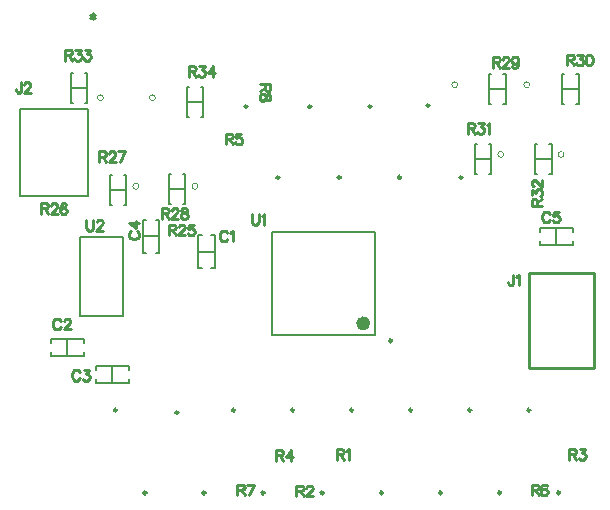
<source format=gto>
G04 Layer_Color=65535*
%FSLAX25Y25*%
%MOIN*%
G70*
G01*
G75*
%ADD19C,0.01000*%
%ADD26C,0.00000*%
%ADD27C,0.02362*%
%ADD28C,0.00984*%
%ADD29C,0.00591*%
%ADD30C,0.00787*%
%ADD31C,0.00600*%
D19*
X174803Y111811D02*
X196457D01*
X174803Y110630D02*
Y111811D01*
Y80315D02*
Y110630D01*
Y80315D02*
X196457D01*
Y111811D01*
X187402Y184645D02*
Y181102D01*
Y184645D02*
X188920D01*
X189426Y184476D01*
X189595Y184308D01*
X189763Y183970D01*
Y183633D01*
X189595Y183295D01*
X189426Y183127D01*
X188920Y182958D01*
X187402D01*
X188582D02*
X189763Y181102D01*
X190893Y184645D02*
X192749D01*
X191737Y183295D01*
X192243D01*
X192580Y183127D01*
X192749Y182958D01*
X192918Y182452D01*
Y182115D01*
X192749Y181608D01*
X192412Y181271D01*
X191906Y181102D01*
X191400D01*
X190893Y181271D01*
X190725Y181440D01*
X190556Y181777D01*
X194723Y184645D02*
X194217Y184476D01*
X193879Y183970D01*
X193711Y183127D01*
Y182621D01*
X193879Y181777D01*
X194217Y181271D01*
X194723Y181102D01*
X195060D01*
X195566Y181271D01*
X195904Y181777D01*
X196072Y182621D01*
Y183127D01*
X195904Y183970D01*
X195566Y184476D01*
X195060Y184645D01*
X194723D01*
X162598Y183858D02*
Y180315D01*
Y183858D02*
X164117D01*
X164623Y183689D01*
X164791Y183520D01*
X164960Y183183D01*
Y182845D01*
X164791Y182508D01*
X164623Y182339D01*
X164117Y182171D01*
X162598D01*
X163779D02*
X164960Y180315D01*
X165922Y183014D02*
Y183183D01*
X166090Y183520D01*
X166259Y183689D01*
X166596Y183858D01*
X167271D01*
X167609Y183689D01*
X167777Y183520D01*
X167946Y183183D01*
Y182845D01*
X167777Y182508D01*
X167440Y182002D01*
X165753Y180315D01*
X168115D01*
X171100Y182677D02*
X170932Y182171D01*
X170595Y181833D01*
X170088Y181665D01*
X169920D01*
X169414Y181833D01*
X169076Y182171D01*
X168907Y182677D01*
Y182845D01*
X169076Y183351D01*
X169414Y183689D01*
X169920Y183858D01*
X170088D01*
X170595Y183689D01*
X170932Y183351D01*
X171100Y182677D01*
Y181833D01*
X170932Y180990D01*
X170595Y180484D01*
X170088Y180315D01*
X169751D01*
X169245Y180484D01*
X169076Y180821D01*
X181664Y131439D02*
X181496Y131777D01*
X181158Y132114D01*
X180821Y132283D01*
X180146D01*
X179809Y132114D01*
X179471Y131777D01*
X179303Y131439D01*
X179134Y130933D01*
Y130090D01*
X179303Y129584D01*
X179471Y129246D01*
X179809Y128909D01*
X180146Y128740D01*
X180821D01*
X181158Y128909D01*
X181496Y129246D01*
X181664Y129584D01*
X184684Y132283D02*
X182997D01*
X182828Y130764D01*
X182997Y130933D01*
X183503Y131102D01*
X184009D01*
X184515Y130933D01*
X184853Y130596D01*
X185021Y130090D01*
Y129752D01*
X184853Y129246D01*
X184515Y128909D01*
X184009Y128740D01*
X183503D01*
X182997Y128909D01*
X182828Y129077D01*
X182659Y129415D01*
X175591Y134252D02*
X179134D01*
X175591D02*
Y135770D01*
X175760Y136276D01*
X175929Y136445D01*
X176266Y136614D01*
X176603D01*
X176941Y136445D01*
X177110Y136276D01*
X177278Y135770D01*
Y134252D01*
Y135433D02*
X179134Y136614D01*
X175591Y137744D02*
Y139600D01*
X176941Y138587D01*
Y139093D01*
X177110Y139431D01*
X177278Y139600D01*
X177784Y139768D01*
X178122D01*
X178628Y139600D01*
X178965Y139262D01*
X179134Y138756D01*
Y138250D01*
X178965Y137744D01*
X178797Y137575D01*
X178459Y137407D01*
X176435Y140730D02*
X176266D01*
X175929Y140899D01*
X175760Y141067D01*
X175591Y141404D01*
Y142079D01*
X175760Y142417D01*
X175929Y142585D01*
X176266Y142754D01*
X176603D01*
X176941Y142585D01*
X177447Y142248D01*
X179134Y140561D01*
Y142923D01*
X154331Y161810D02*
Y158268D01*
Y161810D02*
X155849D01*
X156355Y161642D01*
X156524Y161473D01*
X156692Y161135D01*
Y160798D01*
X156524Y160461D01*
X156355Y160292D01*
X155849Y160123D01*
X154331D01*
X155512D02*
X156692Y158268D01*
X157823Y161810D02*
X159678D01*
X158666Y160461D01*
X159172D01*
X159510Y160292D01*
X159678Y160123D01*
X159847Y159617D01*
Y159280D01*
X159678Y158774D01*
X159341Y158436D01*
X158835Y158268D01*
X158329D01*
X157823Y158436D01*
X157654Y158605D01*
X157485Y158942D01*
X160640Y161135D02*
X160977Y161304D01*
X161483Y161810D01*
Y158268D01*
X52362Y133464D02*
Y129921D01*
Y133464D02*
X53880D01*
X54387Y133295D01*
X54555Y133126D01*
X54724Y132789D01*
Y132452D01*
X54555Y132114D01*
X54387Y131946D01*
X53880Y131777D01*
X52362D01*
X53543D02*
X54724Y129921D01*
X55686Y132620D02*
Y132789D01*
X55854Y133126D01*
X56023Y133295D01*
X56360Y133464D01*
X57035D01*
X57372Y133295D01*
X57541Y133126D01*
X57710Y132789D01*
Y132452D01*
X57541Y132114D01*
X57204Y131608D01*
X55517Y129921D01*
X57879D01*
X59515Y133464D02*
X59009Y133295D01*
X58840Y132958D01*
Y132620D01*
X59009Y132283D01*
X59346Y132114D01*
X60021Y131946D01*
X60527Y131777D01*
X60864Y131439D01*
X61033Y131102D01*
Y130596D01*
X60864Y130259D01*
X60696Y130090D01*
X60190Y129921D01*
X59515D01*
X59009Y130090D01*
X58840Y130259D01*
X58671Y130596D01*
Y131102D01*
X58840Y131439D01*
X59177Y131777D01*
X59684Y131946D01*
X60358Y132114D01*
X60696Y132283D01*
X60864Y132620D01*
Y132958D01*
X60696Y133295D01*
X60190Y133464D01*
X59515D01*
X42183Y125759D02*
X41845Y125590D01*
X41508Y125253D01*
X41339Y124915D01*
Y124241D01*
X41508Y123903D01*
X41845Y123566D01*
X42183Y123397D01*
X42689Y123228D01*
X43532D01*
X44038Y123397D01*
X44376Y123566D01*
X44713Y123903D01*
X44882Y124241D01*
Y124915D01*
X44713Y125253D01*
X44376Y125590D01*
X44038Y125759D01*
X41339Y128441D02*
X43701Y126754D01*
Y129284D01*
X41339Y128441D02*
X44882D01*
X31496Y152361D02*
Y148819D01*
Y152361D02*
X33014D01*
X33520Y152193D01*
X33689Y152024D01*
X33858Y151687D01*
Y151349D01*
X33689Y151012D01*
X33520Y150843D01*
X33014Y150674D01*
X31496D01*
X32677D02*
X33858Y148819D01*
X34819Y151518D02*
Y151687D01*
X34988Y152024D01*
X35157Y152193D01*
X35494Y152361D01*
X36169D01*
X36506Y152193D01*
X36675Y152024D01*
X36844Y151687D01*
Y151349D01*
X36675Y151012D01*
X36338Y150506D01*
X34651Y148819D01*
X37012D01*
X40167Y152361D02*
X38480Y148819D01*
X37805Y152361D02*
X40167D01*
X20079Y186220D02*
Y182677D01*
Y186220D02*
X21597D01*
X22103Y186051D01*
X22272Y185882D01*
X22440Y185545D01*
Y185208D01*
X22272Y184870D01*
X22103Y184702D01*
X21597Y184533D01*
X20079D01*
X21260D02*
X22440Y182677D01*
X23571Y186220D02*
X25426D01*
X24414Y184870D01*
X24920D01*
X25258Y184702D01*
X25426Y184533D01*
X25595Y184027D01*
Y183689D01*
X25426Y183183D01*
X25089Y182846D01*
X24583Y182677D01*
X24077D01*
X23571Y182846D01*
X23402Y183015D01*
X23233Y183352D01*
X26725Y186220D02*
X28581D01*
X27569Y184870D01*
X28075D01*
X28412Y184702D01*
X28581Y184533D01*
X28749Y184027D01*
Y183689D01*
X28581Y183183D01*
X28243Y182846D01*
X27737Y182677D01*
X27231D01*
X26725Y182846D01*
X26557Y183015D01*
X26388Y183352D01*
X61298Y180846D02*
Y177303D01*
Y180846D02*
X62817D01*
X63323Y180677D01*
X63491Y180509D01*
X63660Y180171D01*
Y179834D01*
X63491Y179497D01*
X63323Y179328D01*
X62817Y179159D01*
X61298D01*
X62479D02*
X63660Y177303D01*
X64790Y180846D02*
X66646D01*
X65634Y179497D01*
X66140D01*
X66477Y179328D01*
X66646Y179159D01*
X66815Y178653D01*
Y178316D01*
X66646Y177810D01*
X66308Y177472D01*
X65802Y177303D01*
X65296D01*
X64790Y177472D01*
X64622Y177641D01*
X64453Y177978D01*
X69294Y180846D02*
X67607Y178484D01*
X70138D01*
X69294Y180846D02*
Y177303D01*
X88582Y174803D02*
X85039D01*
X88582D02*
Y173285D01*
X88413Y172779D01*
X88244Y172610D01*
X87907Y172441D01*
X87570D01*
X87232Y172610D01*
X87064Y172779D01*
X86895Y173285D01*
Y174803D01*
Y173622D02*
X85039Y172441D01*
X88582Y170805D02*
X88413Y171311D01*
X88076Y171480D01*
X87739D01*
X87401Y171311D01*
X87232Y170974D01*
X87064Y170299D01*
X86895Y169793D01*
X86558Y169456D01*
X86220Y169287D01*
X85714D01*
X85377Y169456D01*
X85208Y169624D01*
X85039Y170130D01*
Y170805D01*
X85208Y171311D01*
X85377Y171480D01*
X85714Y171649D01*
X86220D01*
X86558Y171480D01*
X86895Y171142D01*
X87064Y170636D01*
X87232Y169962D01*
X87401Y169624D01*
X87739Y169456D01*
X88076D01*
X88413Y169624D01*
X88582Y170130D01*
Y170805D01*
X73622Y158267D02*
Y154724D01*
Y158267D02*
X75140D01*
X75646Y158098D01*
X75815Y157930D01*
X75984Y157592D01*
Y157255D01*
X75815Y156917D01*
X75646Y156749D01*
X75140Y156580D01*
X73622D01*
X74803D02*
X75984Y154724D01*
X78801Y158267D02*
X77114D01*
X76945Y156749D01*
X77114Y156917D01*
X77620Y157086D01*
X78126D01*
X78632Y156917D01*
X78970Y156580D01*
X79138Y156074D01*
Y155737D01*
X78970Y155230D01*
X78632Y154893D01*
X78126Y154724D01*
X77620D01*
X77114Y154893D01*
X76945Y155062D01*
X76777Y155399D01*
X54724Y127952D02*
Y124409D01*
Y127952D02*
X56243D01*
X56749Y127783D01*
X56917Y127615D01*
X57086Y127277D01*
Y126940D01*
X56917Y126602D01*
X56749Y126434D01*
X56243Y126265D01*
X54724D01*
X55905D02*
X57086Y124409D01*
X58048Y127109D02*
Y127277D01*
X58216Y127615D01*
X58385Y127783D01*
X58722Y127952D01*
X59397D01*
X59735Y127783D01*
X59903Y127615D01*
X60072Y127277D01*
Y126940D01*
X59903Y126602D01*
X59566Y126096D01*
X57879Y124409D01*
X60241D01*
X63058Y127952D02*
X61371D01*
X61202Y126434D01*
X61371Y126602D01*
X61877Y126771D01*
X62383D01*
X62889Y126602D01*
X63226Y126265D01*
X63395Y125759D01*
Y125422D01*
X63226Y124916D01*
X62889Y124578D01*
X62383Y124409D01*
X61877D01*
X61371Y124578D01*
X61202Y124747D01*
X61033Y125084D01*
X175591Y41338D02*
Y37795D01*
Y41338D02*
X177109D01*
X177615Y41169D01*
X177784Y41000D01*
X177952Y40663D01*
Y40326D01*
X177784Y39988D01*
X177615Y39820D01*
X177109Y39651D01*
X175591D01*
X176771D02*
X177952Y37795D01*
X180769Y40832D02*
X180601Y41169D01*
X180095Y41338D01*
X179757D01*
X179251Y41169D01*
X178914Y40663D01*
X178745Y39820D01*
Y38976D01*
X178914Y38301D01*
X179251Y37964D01*
X179757Y37795D01*
X179926D01*
X180432Y37964D01*
X180769Y38301D01*
X180938Y38807D01*
Y38976D01*
X180769Y39482D01*
X180432Y39820D01*
X179926Y39988D01*
X179757D01*
X179251Y39820D01*
X178914Y39482D01*
X178745Y38976D01*
X188189Y53149D02*
Y49606D01*
Y53149D02*
X189707D01*
X190213Y52980D01*
X190382Y52811D01*
X190551Y52474D01*
Y52137D01*
X190382Y51799D01*
X190213Y51631D01*
X189707Y51462D01*
X188189D01*
X189370D02*
X190551Y49606D01*
X191681Y53149D02*
X193536D01*
X192524Y51799D01*
X193031D01*
X193368Y51631D01*
X193536Y51462D01*
X193705Y50956D01*
Y50618D01*
X193536Y50112D01*
X193199Y49775D01*
X192693Y49606D01*
X192187D01*
X191681Y49775D01*
X191512Y49944D01*
X191343Y50281D01*
X110630Y53149D02*
Y49606D01*
Y53149D02*
X112148D01*
X112654Y52980D01*
X112823Y52811D01*
X112992Y52474D01*
Y52137D01*
X112823Y51799D01*
X112654Y51631D01*
X112148Y51462D01*
X110630D01*
X111811D02*
X112992Y49606D01*
X113785Y52474D02*
X114122Y52643D01*
X114628Y53149D01*
Y49606D01*
X97244Y40944D02*
Y37402D01*
Y40944D02*
X98762D01*
X99268Y40775D01*
X99437Y40607D01*
X99606Y40269D01*
Y39932D01*
X99437Y39595D01*
X99268Y39426D01*
X98762Y39257D01*
X97244D01*
X98425D02*
X99606Y37402D01*
X100567Y40101D02*
Y40269D01*
X100736Y40607D01*
X100905Y40775D01*
X101242Y40944D01*
X101917D01*
X102254Y40775D01*
X102423Y40607D01*
X102592Y40269D01*
Y39932D01*
X102423Y39595D01*
X102086Y39088D01*
X100399Y37402D01*
X102760D01*
X90551Y52755D02*
Y49213D01*
Y52755D02*
X92069D01*
X92576Y52587D01*
X92744Y52418D01*
X92913Y52080D01*
Y51743D01*
X92744Y51406D01*
X92576Y51237D01*
X92069Y51068D01*
X90551D01*
X91732D02*
X92913Y49213D01*
X95393Y52755D02*
X93706Y50393D01*
X96236D01*
X95393Y52755D02*
Y49213D01*
X77559Y41338D02*
Y37795D01*
Y41338D02*
X79077D01*
X79583Y41169D01*
X79752Y41000D01*
X79921Y40663D01*
Y40326D01*
X79752Y39988D01*
X79583Y39820D01*
X79077Y39651D01*
X77559D01*
X78740D02*
X79921Y37795D01*
X83075Y41338D02*
X81388Y37795D01*
X80714Y41338D02*
X83075D01*
X82284Y131495D02*
Y128965D01*
X82452Y128459D01*
X82789Y128121D01*
X83296Y127953D01*
X83633D01*
X84139Y128121D01*
X84477Y128459D01*
X84645Y128965D01*
Y131495D01*
X85624Y130821D02*
X85961Y130989D01*
X86467Y131495D01*
Y127953D01*
X27165Y129527D02*
Y126996D01*
X27334Y126490D01*
X27671Y126153D01*
X28177Y125984D01*
X28515D01*
X29021Y126153D01*
X29358Y126490D01*
X29527Y126996D01*
Y129527D01*
X30674Y128683D02*
Y128852D01*
X30843Y129189D01*
X31012Y129358D01*
X31349Y129527D01*
X32024D01*
X32361Y129358D01*
X32530Y129189D01*
X32699Y128852D01*
Y128515D01*
X32530Y128177D01*
X32192Y127671D01*
X30505Y125984D01*
X32867D01*
X12205Y135039D02*
Y131496D01*
Y135039D02*
X13723D01*
X14229Y134870D01*
X14398Y134701D01*
X14566Y134364D01*
Y134027D01*
X14398Y133689D01*
X14229Y133520D01*
X13723Y133352D01*
X12205D01*
X13386D02*
X14566Y131496D01*
X15528Y134195D02*
Y134364D01*
X15697Y134701D01*
X15865Y134870D01*
X16203Y135039D01*
X16878D01*
X17215Y134870D01*
X17384Y134701D01*
X17552Y134364D01*
Y134027D01*
X17384Y133689D01*
X17046Y133183D01*
X15359Y131496D01*
X17721D01*
X20538Y134532D02*
X20369Y134870D01*
X19863Y135039D01*
X19526D01*
X19020Y134870D01*
X18683Y134364D01*
X18514Y133520D01*
Y132677D01*
X18683Y132002D01*
X19020Y131665D01*
X19526Y131496D01*
X19695D01*
X20201Y131665D01*
X20538Y132002D01*
X20707Y132508D01*
Y132677D01*
X20538Y133183D01*
X20201Y133520D01*
X19695Y133689D01*
X19526D01*
X19020Y133520D01*
X18683Y133183D01*
X18514Y132677D01*
X18595Y95797D02*
X18426Y96134D01*
X18089Y96472D01*
X17752Y96640D01*
X17077D01*
X16739Y96472D01*
X16402Y96134D01*
X16233Y95797D01*
X16065Y95291D01*
Y94447D01*
X16233Y93941D01*
X16402Y93604D01*
X16739Y93266D01*
X17077Y93098D01*
X17752D01*
X18089Y93266D01*
X18426Y93604D01*
X18595Y93941D01*
X19759Y95797D02*
Y95965D01*
X19928Y96303D01*
X20096Y96472D01*
X20434Y96640D01*
X21109D01*
X21446Y96472D01*
X21614Y96303D01*
X21783Y95965D01*
Y95628D01*
X21614Y95291D01*
X21277Y94785D01*
X19590Y93098D01*
X21952D01*
X74184Y125140D02*
X74015Y125477D01*
X73678Y125815D01*
X73340Y125984D01*
X72666D01*
X72328Y125815D01*
X71991Y125477D01*
X71822Y125140D01*
X71653Y124634D01*
Y123791D01*
X71822Y123284D01*
X71991Y122947D01*
X72328Y122610D01*
X72666Y122441D01*
X73340D01*
X73678Y122610D01*
X74015Y122947D01*
X74184Y123284D01*
X75179Y125309D02*
X75517Y125477D01*
X76023Y125984D01*
Y122441D01*
X24971Y78683D02*
X24803Y79021D01*
X24465Y79358D01*
X24128Y79527D01*
X23453D01*
X23116Y79358D01*
X22778Y79021D01*
X22610Y78683D01*
X22441Y78177D01*
Y77334D01*
X22610Y76828D01*
X22778Y76490D01*
X23116Y76153D01*
X23453Y75984D01*
X24128D01*
X24465Y76153D01*
X24803Y76490D01*
X24971Y76828D01*
X26304Y79527D02*
X28160D01*
X27147Y78177D01*
X27654D01*
X27991Y78009D01*
X28160Y77840D01*
X28328Y77334D01*
Y76996D01*
X28160Y76490D01*
X27822Y76153D01*
X27316Y75984D01*
X26810D01*
X26304Y76153D01*
X26135Y76322D01*
X25967Y76659D01*
X5452Y175440D02*
Y172741D01*
X5283Y172235D01*
X5114Y172066D01*
X4777Y171898D01*
X4439D01*
X4102Y172066D01*
X3933Y172235D01*
X3765Y172741D01*
Y173079D01*
X6531Y174597D02*
Y174765D01*
X6700Y175103D01*
X6869Y175271D01*
X7206Y175440D01*
X7881D01*
X8218Y175271D01*
X8387Y175103D01*
X8555Y174765D01*
Y174428D01*
X8387Y174091D01*
X8049Y173585D01*
X6362Y171898D01*
X8724D01*
X169552Y111340D02*
Y108641D01*
X169383Y108135D01*
X169214Y107966D01*
X168877Y107798D01*
X168539D01*
X168202Y107966D01*
X168033Y108135D01*
X167865Y108641D01*
Y108978D01*
X170462Y110665D02*
X170800Y110834D01*
X171306Y111340D01*
Y107798D01*
X29408Y198440D02*
Y196416D01*
X28565Y197934D02*
X30252Y196922D01*
Y197934D02*
X28565Y196922D01*
D26*
X150984Y174606D02*
G03*
X150984Y174606I-984J0D01*
G01*
X175000D02*
G03*
X175000Y174606I-984J0D01*
G01*
X64370Y140748D02*
G03*
X64370Y140748I-984J0D01*
G01*
X32874Y170276D02*
G03*
X32874Y170276I-984J0D01*
G01*
X50197D02*
G03*
X50197Y170276I-984J0D01*
G01*
X44685Y140748D02*
G03*
X44685Y140748I-984J0D01*
G01*
X166339Y151378D02*
G03*
X166339Y151378I-984J0D01*
G01*
X186417D02*
G03*
X186417Y151378I-984J0D01*
G01*
D27*
X120669Y95079D02*
G03*
X120669Y95079I-1181J0D01*
G01*
D28*
X129035Y89272D02*
G03*
X129035Y89272I-492J0D01*
G01*
X96457Y66142D02*
G03*
X96457Y66142I-492J0D01*
G01*
X106299Y38583D02*
G03*
X106299Y38583I-492J0D01*
G01*
X185039D02*
G03*
X185039Y38583I-492J0D01*
G01*
X86614D02*
G03*
X86614Y38583I-492J0D01*
G01*
X80905Y167323D02*
G03*
X80905Y167323I-492J0D01*
G01*
X175197Y66142D02*
G03*
X175197Y66142I-492J0D01*
G01*
X76772D02*
G03*
X76772Y66142I-492J0D01*
G01*
X91535Y143701D02*
G03*
X91535Y143701I-492J0D01*
G01*
X165354Y38583D02*
G03*
X165354Y38583I-492J0D01*
G01*
X66929D02*
G03*
X66929Y38583I-492J0D01*
G01*
X102165Y167323D02*
G03*
X102165Y167323I-492J0D01*
G01*
X155512Y66142D02*
G03*
X155512Y66142I-492J0D01*
G01*
X57874Y65354D02*
G03*
X57874Y65354I-492J0D01*
G01*
X112008Y143701D02*
G03*
X112008Y143701I-492J0D01*
G01*
X145669Y38583D02*
G03*
X145669Y38583I-492J0D01*
G01*
X47244D02*
G03*
X47244Y38583I-492J0D01*
G01*
X122244Y167323D02*
G03*
X122244Y167323I-492J0D01*
G01*
X135827Y66142D02*
G03*
X135827Y66142I-492J0D01*
G01*
X37402D02*
G03*
X37402Y66142I-492J0D01*
G01*
X132087Y143701D02*
G03*
X132087Y143701I-492J0D01*
G01*
X125984Y38583D02*
G03*
X125984Y38583I-492J0D01*
G01*
X141535Y167717D02*
G03*
X141535Y167717I-492J0D01*
G01*
X116142Y66142D02*
G03*
X116142Y66142I-492J0D01*
G01*
X152559Y143701D02*
G03*
X152559Y143701I-492J0D01*
G01*
D29*
X185827Y173228D02*
X191339D01*
X185827Y168228D02*
X186583D01*
X185827D02*
Y178228D01*
X186583D01*
X190583D02*
X191339D01*
Y168228D02*
Y178228D01*
X190583Y168228D02*
X191339D01*
X161417Y173228D02*
X166929D01*
X161417Y168228D02*
X162173D01*
X161417D02*
Y178228D01*
X162173D01*
X166173D02*
X166929D01*
Y168228D02*
Y178228D01*
X166173Y168228D02*
X166929D01*
X183858Y121260D02*
Y126772D01*
X178347Y125591D02*
Y126772D01*
X189370D01*
Y125591D02*
Y126772D01*
Y121260D02*
Y122441D01*
X178347Y121260D02*
X189370D01*
X178347D02*
Y122441D01*
X176772Y150000D02*
X182283D01*
X176772Y145000D02*
X177527D01*
X176772D02*
Y155000D01*
X177527D01*
X181527D02*
X182283D01*
Y145000D02*
Y155000D01*
X181527Y145000D02*
X182283D01*
X156693Y150000D02*
X162205D01*
X156693Y145000D02*
X157449D01*
X156693D02*
Y155000D01*
X157449D01*
X161449D02*
X162205D01*
Y145000D02*
Y155000D01*
X161449Y145000D02*
X162205D01*
X54724Y139764D02*
X60236D01*
X54724Y134764D02*
X55480D01*
X54724D02*
Y144764D01*
X55480D01*
X59480D02*
X60236D01*
Y134764D02*
Y144764D01*
X59480Y134764D02*
X60236D01*
X46063Y124016D02*
X51575D01*
X46063Y118504D02*
X47244D01*
X46063D02*
Y129528D01*
X47244D01*
X50394D02*
X51575D01*
Y118504D02*
Y129528D01*
X50394Y118504D02*
X51575D01*
X35039Y139370D02*
X40551D01*
X35039Y134370D02*
X35795D01*
X35039D02*
Y144370D01*
X35795D01*
X39795D02*
X40551D01*
Y134370D02*
Y144370D01*
X39795Y134370D02*
X40551D01*
X22047Y173622D02*
X27559D01*
X22047Y168622D02*
X22803D01*
X22047D02*
Y178622D01*
X22803D01*
X26803D02*
X27559D01*
Y168622D02*
Y178622D01*
X26803Y168622D02*
X27559D01*
X60630Y168898D02*
X66142D01*
X60630Y163898D02*
X61386D01*
X60630D02*
Y173898D01*
X61386D01*
X65386D02*
X66142D01*
Y163898D02*
Y173898D01*
X65386Y163898D02*
X66142D01*
X20866Y84252D02*
Y89764D01*
X26378Y84252D02*
Y85433D01*
X15354Y84252D02*
X26378D01*
X15354D02*
Y85433D01*
Y88583D02*
Y89764D01*
X26378D01*
Y88583D02*
Y89764D01*
X64567Y118898D02*
X70079D01*
X64567Y113386D02*
X65748D01*
X64567D02*
Y124409D01*
X65748D01*
X68898D02*
X70079D01*
Y113386D02*
Y124409D01*
X68898Y113386D02*
X70079D01*
X35827Y75197D02*
Y80709D01*
X30315Y79528D02*
Y80709D01*
X41339D01*
Y79528D02*
Y80709D01*
Y75197D02*
Y76378D01*
X30315Y75197D02*
X41339D01*
X30315D02*
Y76378D01*
D30*
X89173Y125394D02*
X123425D01*
X89173Y91142D02*
X123425D01*
X89173D02*
Y125394D01*
X123425Y91142D02*
Y125394D01*
X5216Y166536D02*
X27854D01*
X5216Y137401D02*
Y166536D01*
Y137401D02*
X27854D01*
Y166536D01*
D31*
X24983Y97430D02*
X39584D01*
Y123830D01*
X24983D02*
X39584D01*
X24983Y97430D02*
Y123830D01*
M02*

</source>
